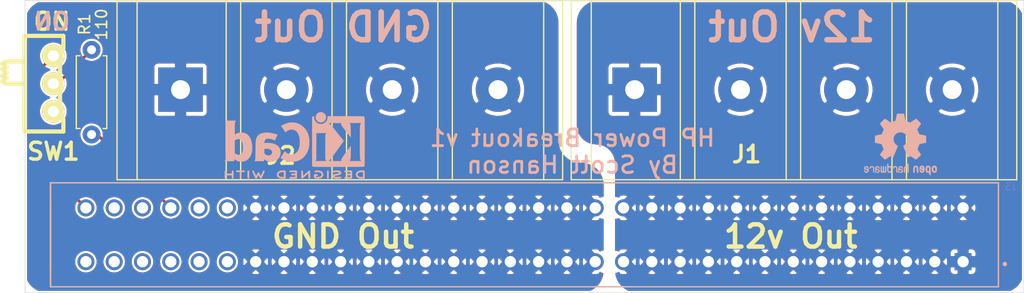
<source format=kicad_pcb>
(kicad_pcb (version 20171130) (host pcbnew "(5.1.5)-3")
  (title_block (title "HP Power Breakout") (date 2020-03-05) (rev v1))
  (layers (0 F.Cu signal) (31 B.Cu signal) (34 B.Paste user) (35 F.Paste user) (36 B.SilkS user) (37 F.SilkS user) (38 B.Mask user) (39 F.Mask user) (44 Edge.Cuts user))
  (net 0 "")
  (net 1 +12V)
  (net 2 GND)
  (net 3 "Net-(J3-Pad38)")
  (net 4 "Net-(J3-Pad37)")
  (net 5 "Net-(J3-Pad36)")
  (net 6 "Net-(J3-Pad35)")
  (net 7 "Net-(J3-Pad34)")
  (net 8 "Net-(J3-Pad33)")
  (net 9 "Net-(J3-Pad32)")
  (net 10 "Net-(J3-Pad31)")
  (net 11 "Net-(J3-Pad30)")
  (net 12 "Net-(J3-Pad29)")
  (net 13 "Net-(J3-Pad28)")
  (net 14 "Net-(J3-Pad27)")
  (net 15 "Net-(R1-Pad2)")
  (module Symbol:KiCad-Logo2_5mm_SilkScreen (layer B.Cu) (at 137.7442 149.3012 180)
    (fp_text reference REF** hide)
    (fp_text value KiCad-Logo2_5mm_SilkScreen hide)
  )
  (module Symbol:OSHW-Logo2_7.3x6mm_SilkScreen (layer B.Cu) (at 192.1256 149.225 180)
    (fp_text reference REF** hide)
    (fp_text value OSHW-Logo2_7.3x6mm_SilkScreen hide)
  )
  (module switch:switch_mmp122-r (layer F.Cu) (at 116.078 143.764 270)
    (fp_text reference SW1 (at 6.096 0 180) (layer F.SilkS) (effects (font (size 1.524 1.524) (thickness 0.3048))))
    (fp_text value ON (at -5.588 0.127 180) (layer F.SilkS) (effects (font (size 1.524 1.524) (thickness 0.3048))))
    (pad 3 thru_hole circle (at 2.49936 0 270) (size 1.99898 1.99898) (drill 0.99822) (layers *.Cu *.Mask F.SilkS))
    (pad 2 thru_hole circle (at 0 0 270) (size 1.99898 1.99898) (drill 0.99822) (layers *.Cu *.Mask F.SilkS) (net 15 "Net-(R1-Pad2)"))
    (pad 1 thru_hole circle (at -2.49936 0 270) (size 1.99898 1.99898) (drill 0.99822) (layers *.Cu *.Mask F.SilkS) (net 8 "Net-(J3-Pad33)"))
  )
  (module Resistor_THT:R_Axial_DIN0207_L6.3mm_D2.5mm_P7.62mm_Horizontal (layer F.Cu) (at 119.507 148.336 90)
    (fp_text reference R1 (at 9.906 -0.635 90) (layer F.SilkS))
    (fp_text value 110 (at 9.906 0.889 90) (layer F.SilkS))
    (pad 2 thru_hole oval (at 7.62 0 90) (size 1.6 1.6) (drill 0.8) (layers *.Cu *.Mask) (net 15 "Net-(R1-Pad2)"))
    (pad 1 thru_hole circle (at 0 0 90) (size 1.6 1.6) (drill 0.8) (layers *.Cu *.Mask) (net 5 "Net-(J3-Pad36)"))
  )
  (module TE_1761469-1:TE_1761469-1 (layer B.Cu) (at 158.369 157.353 180)
    (fp_text reference J3 (at -43.688 4.318) (layer B.SilkS) (effects (font (size 0.640546 0.640546) (thickness 0.015)) (justify mirror)))
    (fp_text value "PS Conn")
    (pad 64 thru_hole circle (at -39.37 2.42 180) (size 1.53 1.53) (drill 1.02) (layers *.Cu *.Mask) (net 1 +12V))
    (pad 63 thru_hole circle (at -36.83 2.42 180) (size 1.53 1.53) (drill 1.02) (layers *.Cu *.Mask) (net 1 +12V))
    (pad 62 thru_hole circle (at -34.29 2.42 180) (size 1.53 1.53) (drill 1.02) (layers *.Cu *.Mask) (net 1 +12V))
    (pad 61 thru_hole circle (at -31.75 2.42 180) (size 1.53 1.53) (drill 1.02) (layers *.Cu *.Mask) (net 1 +12V))
    (pad 60 thru_hole circle (at -29.21 2.42 180) (size 1.53 1.53) (drill 1.02) (layers *.Cu *.Mask) (net 1 +12V))
    (pad 59 thru_hole circle (at -26.67 2.42 180) (size 1.53 1.53) (drill 1.02) (layers *.Cu *.Mask) (net 1 +12V))
    (pad 58 thru_hole circle (at -24.13 2.42 180) (size 1.53 1.53) (drill 1.02) (layers *.Cu *.Mask) (net 1 +12V))
    (pad 57 thru_hole circle (at -21.59 2.42 180) (size 1.53 1.53) (drill 1.02) (layers *.Cu *.Mask) (net 1 +12V))
    (pad 56 thru_hole circle (at -19.05 2.42 180) (size 1.53 1.53) (drill 1.02) (layers *.Cu *.Mask) (net 1 +12V))
    (pad 55 thru_hole circle (at -16.51 2.42 180) (size 1.53 1.53) (drill 1.02) (layers *.Cu *.Mask) (net 1 +12V))
    (pad 54 thru_hole circle (at -13.97 2.42 180) (size 1.53 1.53) (drill 1.02) (layers *.Cu *.Mask) (net 1 +12V))
    (pad 53 thru_hole circle (at -11.43 2.42 180) (size 1.53 1.53) (drill 1.02) (layers *.Cu *.Mask) (net 1 +12V))
    (pad 52 thru_hole circle (at -8.89 2.42 180) (size 1.53 1.53) (drill 1.02) (layers *.Cu *.Mask) (net 1 +12V))
    (pad 51 thru_hole circle (at -6.35 2.42 180) (size 1.53 1.53) (drill 1.02) (layers *.Cu *.Mask) (net 2 GND))
    (pad 50 thru_hole circle (at -3.81 2.42 180) (size 1.53 1.53) (drill 1.02) (layers *.Cu *.Mask) (net 2 GND))
    (pad 49 thru_hole circle (at -1.27 2.42 180) (size 1.53 1.53) (drill 1.02) (layers *.Cu *.Mask) (net 2 GND))
    (pad 48 thru_hole circle (at 1.27 2.42 180) (size 1.53 1.53) (drill 1.02) (layers *.Cu *.Mask) (net 2 GND))
    (pad 47 thru_hole circle (at 3.81 2.42 180) (size 1.53 1.53) (drill 1.02) (layers *.Cu *.Mask) (net 2 GND))
    (pad 46 thru_hole circle (at 6.35 2.42 180) (size 1.53 1.53) (drill 1.02) (layers *.Cu *.Mask) (net 2 GND))
    (pad 45 thru_hole circle (at 8.89 2.42 180) (size 1.53 1.53) (drill 1.02) (layers *.Cu *.Mask) (net 2 GND))
    (pad 44 thru_hole circle (at 11.43 2.42 180) (size 1.53 1.53) (drill 1.02) (layers *.Cu *.Mask) (net 2 GND))
    (pad 43 thru_hole circle (at 13.97 2.42 180) (size 1.53 1.53) (drill 1.02) (layers *.Cu *.Mask) (net 2 GND))
    (pad 42 thru_hole circle (at 16.51 2.42 180) (size 1.53 1.53) (drill 1.02) (layers *.Cu *.Mask) (net 2 GND))
    (pad 41 thru_hole circle (at 19.05 2.42 180) (size 1.53 1.53) (drill 1.02) (layers *.Cu *.Mask) (net 2 GND))
    (pad 40 thru_hole circle (at 21.59 2.42 180) (size 1.53 1.53) (drill 1.02) (layers *.Cu *.Mask) (net 2 GND))
    (pad 39 thru_hole circle (at 24.13 2.42 180) (size 1.53 1.53) (drill 1.02) (layers *.Cu *.Mask) (net 2 GND))
    (pad 38 thru_hole circle (at 26.67 2.42 180) (size 1.53 1.53) (drill 1.02) (layers *.Cu *.Mask) (net 3 "Net-(J3-Pad38)"))
    (pad 37 thru_hole circle (at 29.21 2.42 180) (size 1.53 1.53) (drill 1.02) (layers *.Cu *.Mask) (net 4 "Net-(J3-Pad37)"))
    (pad 36 thru_hole circle (at 31.75 2.42 180) (size 1.53 1.53) (drill 1.02) (layers *.Cu *.Mask) (net 5 "Net-(J3-Pad36)"))
    (pad 35 thru_hole circle (at 34.29 2.42 180) (size 1.53 1.53) (drill 1.02) (layers *.Cu *.Mask) (net 6 "Net-(J3-Pad35)"))
    (pad 34 thru_hole circle (at 36.83 2.42 180) (size 1.53 1.53) (drill 1.02) (layers *.Cu *.Mask) (net 7 "Net-(J3-Pad34)"))
    (pad 33 thru_hole circle (at 39.37 2.42 180) (size 1.53 1.53) (drill 1.02) (layers *.Cu *.Mask) (net 8 "Net-(J3-Pad33)"))
    (pad 32 thru_hole circle (at 39.37 -2.42 180) (size 1.53 1.53) (drill 1.02) (layers *.Cu *.Mask) (net 9 "Net-(J3-Pad32)"))
    (pad 31 thru_hole circle (at 36.83 -2.42 180) (size 1.53 1.53) (drill 1.02) (layers *.Cu *.Mask) (net 10 "Net-(J3-Pad31)"))
    (pad 30 thru_hole circle (at 34.29 -2.42 180) (size 1.53 1.53) (drill 1.02) (layers *.Cu *.Mask) (net 11 "Net-(J3-Pad30)"))
    (pad 29 thru_hole circle (at 31.75 -2.42 180) (size 1.53 1.53) (drill 1.02) (layers *.Cu *.Mask) (net 12 "Net-(J3-Pad29)"))
    (pad 28 thru_hole circle (at 29.21 -2.42 180) (size 1.53 1.53) (drill 1.02) (layers *.Cu *.Mask) (net 13 "Net-(J3-Pad28)"))
    (pad 27 thru_hole circle (at 26.67 -2.42 180) (size 1.53 1.53) (drill 1.02) (layers *.Cu *.Mask) (net 14 "Net-(J3-Pad27)"))
    (pad 26 thru_hole circle (at 24.13 -2.42 180) (size 1.53 1.53) (drill 1.02) (layers *.Cu *.Mask) (net 2 GND))
    (pad 25 thru_hole circle (at 21.59 -2.42 180) (size 1.53 1.53) (drill 1.02) (layers *.Cu *.Mask) (net 2 GND))
    (pad 24 thru_hole circle (at 19.05 -2.42 180) (size 1.53 1.53) (drill 1.02) (layers *.Cu *.Mask) (net 2 GND))
    (pad 23 thru_hole circle (at 16.51 -2.42 180) (size 1.53 1.53) (drill 1.02) (layers *.Cu *.Mask) (net 2 GND))
    (pad 22 thru_hole circle (at 13.97 -2.42 180) (size 1.53 1.53) (drill 1.02) (layers *.Cu *.Mask) (net 2 GND))
    (pad 21 thru_hole circle (at 11.43 -2.42 180) (size 1.53 1.53) (drill 1.02) (layers *.Cu *.Mask) (net 2 GND))
    (pad 20 thru_hole circle (at 8.89 -2.42 180) (size 1.53 1.53) (drill 1.02) (layers *.Cu *.Mask) (net 2 GND))
    (pad 19 thru_hole circle (at 6.35 -2.42 180) (size 1.53 1.53) (drill 1.02) (layers *.Cu *.Mask) (net 2 GND))
    (pad 18 thru_hole circle (at 3.81 -2.42 180) (size 1.53 1.53) (drill 1.02) (layers *.Cu *.Mask) (net 2 GND))
    (pad 17 thru_hole circle (at 1.27 -2.42 180) (size 1.53 1.53) (drill 1.02) (layers *.Cu *.Mask) (net 2 GND))
    (pad 16 thru_hole circle (at -1.27 -2.42 180) (size 1.53 1.53) (drill 1.02) (layers *.Cu *.Mask) (net 2 GND))
    (pad 15 thru_hole circle (at -3.81 -2.42 180) (size 1.53 1.53) (drill 1.02) (layers *.Cu *.Mask) (net 2 GND))
    (pad 14 thru_hole circle (at -6.35 -2.42 180) (size 1.53 1.53) (drill 1.02) (layers *.Cu *.Mask) (net 2 GND))
    (pad 13 thru_hole circle (at -8.89 -2.42 180) (size 1.53 1.53) (drill 1.02) (layers *.Cu *.Mask) (net 1 +12V))
    (pad 12 thru_hole circle (at -11.43 -2.42 180) (size 1.53 1.53) (drill 1.02) (layers *.Cu *.Mask) (net 1 +12V))
    (pad 11 thru_hole circle (at -13.97 -2.42 180) (size 1.53 1.53) (drill 1.02) (layers *.Cu *.Mask) (net 1 +12V))
    (pad 10 thru_hole circle (at -16.51 -2.42 180) (size 1.53 1.53) (drill 1.02) (layers *.Cu *.Mask) (net 1 +12V))
    (pad 9 thru_hole circle (at -19.05 -2.42 180) (size 1.53 1.53) (drill 1.02) (layers *.Cu *.Mask) (net 1 +12V))
    (pad 8 thru_hole circle (at -21.59 -2.42 180) (size 1.53 1.53) (drill 1.02) (layers *.Cu *.Mask) (net 1 +12V))
    (pad 7 thru_hole circle (at -24.13 -2.42 180) (size 1.53 1.53) (drill 1.02) (layers *.Cu *.Mask) (net 1 +12V))
    (pad 6 thru_hole circle (at -26.67 -2.42 180) (size 1.53 1.53) (drill 1.02) (layers *.Cu *.Mask) (net 1 +12V))
    (pad 5 thru_hole circle (at -29.21 -2.42 180) (size 1.53 1.53) (drill 1.02) (layers *.Cu *.Mask) (net 1 +12V))
    (pad 4 thru_hole circle (at -31.75 -2.42 180) (size 1.53 1.53) (drill 1.02) (layers *.Cu *.Mask) (net 1 +12V))
    (pad 3 thru_hole circle (at -34.29 -2.42 180) (size 1.53 1.53) (drill 1.02) (layers *.Cu *.Mask) (net 1 +12V))
    (pad 2 thru_hole circle (at -36.83 -2.42 180) (size 1.53 1.53) (drill 1.02) (layers *.Cu *.Mask) (net 1 +12V))
    (pad 1 thru_hole rect (at -39.37 -2.42 180) (size 1.53 1.53) (drill 1.02) (layers *.Cu *.Mask) (net 1 +12V))
  )
  (module Barrier_Blocks:BARRIER_BLOCK_1ROW_4POS_P9.5MM (layer F.Cu) (at 121.793 152.4)
    (fp_text reference J2 (at 14.732 -2.159) (layer F.SilkS) (effects (font (size 1.5 1.5) (thickness 0.3))))
    (fp_text value "GND Out" (at 20.2946 5.1054) (layer F.SilkS) (effects (font (size 2 2) (thickness 0.4))))
    (pad 4 thru_hole circle (at 34.2 -8.1) (size 4 4) (drill 1.7) (layers *.Cu *.Mask) (net 2 GND))
    (pad 3 thru_hole circle (at 24.7 -8.1) (size 4 4) (drill 1.7) (layers *.Cu *.Mask) (net 2 GND))
    (pad 2 thru_hole circle (at 15.2 -8.1) (size 4 4) (drill 1.7) (layers *.Cu *.Mask) (net 2 GND))
    (pad 1 thru_hole rect (at 5.7 -8.1) (size 4 4) (drill 1.7) (layers *.Cu *.Mask) (net 2 GND))
  )
  (module Barrier_Blocks:BARRIER_BLOCK_1ROW_4POS_P9.5MM (layer F.Cu) (at 162.56 152.4)
    (fp_text reference J1 (at 15.748 -2.286) (layer F.SilkS) (effects (font (size 1.5 1.5) (thickness 0.3))))
    (fp_text value "12v Out" (at 19.7104 5.1054) (layer F.SilkS) (effects (font (size 2 2) (thickness 0.4))))
    (pad 4 thru_hole circle (at 34.2 -8.1) (size 4 4) (drill 1.7) (layers *.Cu *.Mask) (net 1 +12V))
    (pad 3 thru_hole circle (at 24.7 -8.1) (size 4 4) (drill 1.7) (layers *.Cu *.Mask) (net 1 +12V))
    (pad 2 thru_hole circle (at 15.2 -8.1) (size 4 4) (drill 1.7) (layers *.Cu *.Mask) (net 1 +12V))
    (pad 1 thru_hole rect (at 5.7 -8.1) (size 4 4) (drill 1.7) (layers *.Cu *.Mask) (net 1 +12V))
  )
  (gr_text "HP Power Breakout v1\nBy Scott Hanson" (at 162.6616 149.86) (layer B.SilkS) (effects (font (size 1.5 1.5) (thickness 0.25)) (justify mirror)))
  (gr_text ON (at 115.951 138.176) (layer B.SilkS) (effects (font (size 1.5 1.5) (thickness 0.3)) (justify mirror)))
  (gr_text "GND Out" (at 142.113 138.684) (layer B.SilkS) (effects (font (size 2.5 2.5) (thickness 0.5)) (justify mirror)))
  (gr_text "12v Out" (at 182.372 138.684) (layer B.SilkS) (effects (font (size 2.5 2.5) (thickness 0.5)) (justify mirror)))
  (gr_line (start 113.538 136.271) (end 113.538 162.56) (layer Edge.Cuts) (width 0.05))
  (gr_line (start 203.2 136.271) (end 113.538 136.271) (layer Edge.Cuts) (width 0.05))
  (gr_line (start 203.2 162.56) (end 203.2 136.271) (layer Edge.Cuts) (width 0.05))
  (gr_line (start 113.538 162.56) (end 203.2 162.56) (layer Edge.Cuts) (width 0.05))
  (segment (start 120.022 148.336) (end 126.619 154.933) (width 0.25) (layer F.Cu) (net 5))
  (segment (start 119.507 148.336) (end 120.022 148.336) (width 0.25) (layer F.Cu) (net 5))
  (segment (start 118.234001 154.168001) (end 118.999 154.933) (width 0.25) (layer F.Cu) (net 8))
  (segment (start 114.173 150.107) (end 118.234001 154.168001) (width 0.25) (layer F.Cu) (net 8))
  (segment (start 116.078 141.26464) (end 114.173 143.16964) (width 0.25) (layer F.Cu) (net 8))
  (segment (start 114.173 143.16964) (end 114.173 150.107) (width 0.25) (layer F.Cu) (net 8))
  (segment (start 116.459 143.764) (end 119.507 140.716) (width 0.25) (layer F.Cu) (net 15))
  (segment (start 116.078 143.764) (end 116.459 143.764) (width 0.25) (layer F.Cu) (net 15))
  (zone (net 1) (net_name +12V) (layer B.Cu) (connect_pads (clearance 0.15)) (min_thickness 0.2) (fill yes (arc_segments 32) (thermal_gap 0.35) (thermal_bridge_width 1) (smoothing fillet) (radius 2))
    (polygon (pts (xy 203.2 136.271) (xy 163.068 136.271) (xy 163.068 149.225) (xy 166.497 149.225) (xy 166.497 162.56) (xy 203.2 162.56)))
  )
  (zone (net 1) (net_name +12V) (layer F.Cu) (connect_pads (clearance 0.15)) (min_thickness 0.2) (fill yes (arc_segments 32) (thermal_gap 0.35) (thermal_bridge_width 1) (smoothing fillet) (radius 2))
    (polygon (pts (xy 203.2 136.271) (xy 163.068 136.271) (xy 163.068 149.225) (xy 166.497 149.225) (xy 166.497 162.56) (xy 203.2 162.56)))
  )
  (zone (net 2) (net_name GND) (layer B.Cu) (connect_pads (clearance 0.15)) (min_thickness 0.2) (fill yes (arc_segments 32) (thermal_gap 0.35) (thermal_bridge_width 1) (smoothing fillet) (radius 2))
    (polygon (pts (xy 165.481 150.876) (xy 161.417 150.876) (xy 161.417 136.271) (xy 113.538 136.271) (xy 113.504469 162.56) (xy 121.886469 162.56) (xy 127.220469 162.56) (xy 165.447469 162.56)))
  )
  (zone (net 2) (net_name GND) (layer F.Cu) (connect_pads (clearance 0.15)) (min_thickness 0.2) (fill yes (arc_segments 32) (thermal_gap 0.35) (thermal_bridge_width 1) (smoothing fillet) (radius 2))
    (polygon (pts (xy 165.481 150.876) (xy 161.417 150.876) (xy 161.417 136.271) (xy 113.538 136.271) (xy 113.538 162.56) (xy 165.481 162.56)))
  )
)
</source>
